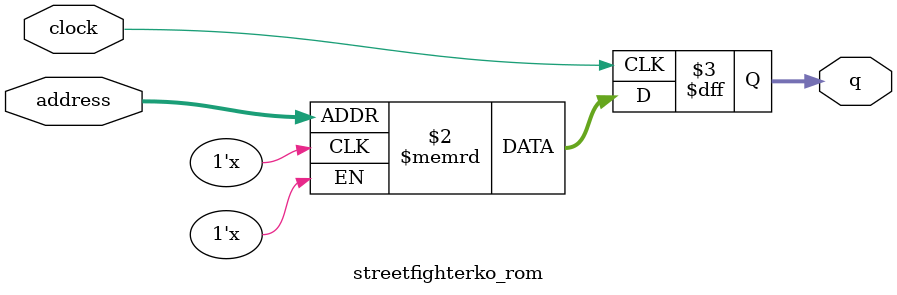
<source format=sv>
module streetfighterko_rom (
	input logic clock,
	input logic [12:0] address,
	output logic [1:0] q
);

logic [1:0] memory [0:4999] /* synthesis ram_init_file = "./streetfighterko/streetfighterko.mif" */;

always_ff @ (posedge clock) begin
	q <= memory[address];
end

endmodule

</source>
